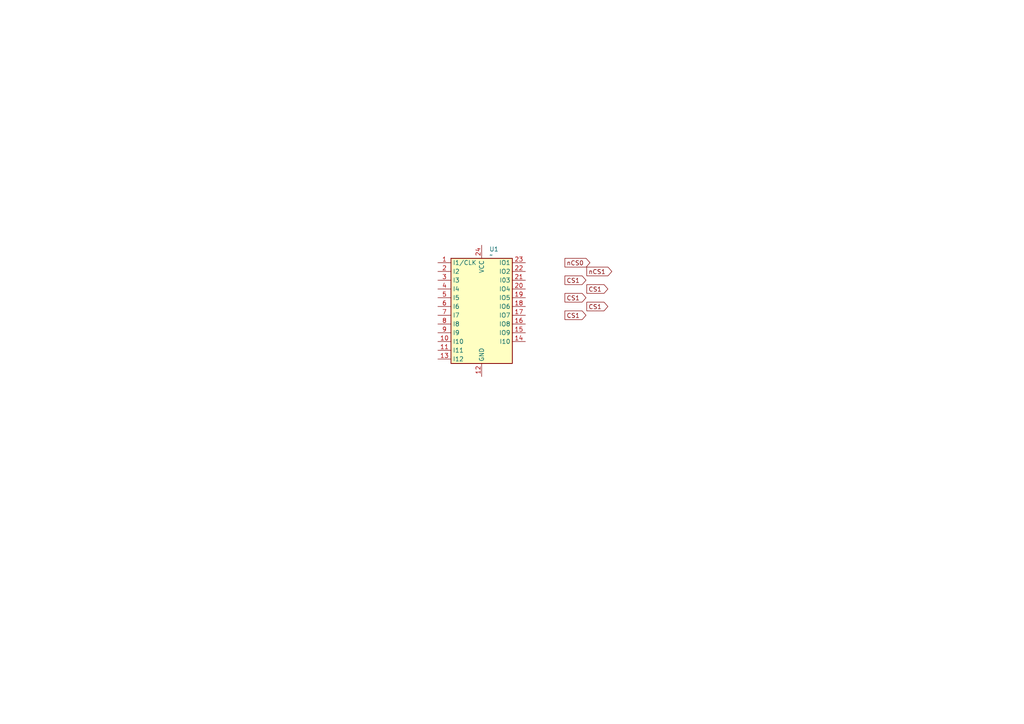
<source format=kicad_sch>
(kicad_sch (version 20250114) (generator "eeschema") (generator_version "9.0")
  (paper "A4")
  (lib_symbols
    (symbol "motherboard:GAL22V10"
      (property "Reference" "U" (at 0 -2.794 0))
      (symbol "GAL22V10_0_1"
        (rectangle (start -1.27 29.21) (end 16.51 -1.27) (stroke (width 0.254)) (fill (type background)))
      )
      (symbol "GAL22V10_1_0"
        (pin power_in line (at 7.62 33.02 270) (length 3.81) (name "VCC") (number "24"))
        (pin power_in line (at 7.62 -5.08 90) (length 3.81) (name "GND") (number "12"))
      )
      (symbol "GAL22V10_1_1"
        (pin input line (at -5.08 27.94 0) (length 3.81) (name "I1/CLK") (number "1"))
        (pin input line (at -5.08 25.4 0) (length 3.81) (name "I2") (number "2"))
        (pin input line (at -5.08 22.86 0) (length 3.81) (name "I3") (number "3"))
        (pin input line (at -5.08 20.32 0) (length 3.81) (name "I4") (number "4"))
        (pin input line (at -5.08 17.78 0) (length 3.81) (name "I5") (number "5"))
        (pin input line (at -5.08 15.24 0) (length 3.81) (name "I6") (number "6"))
        (pin input line (at -5.08 12.7 0) (length 3.81) (name "I7") (number "7"))
        (pin input line (at -5.08 10.16 0) (length 3.81) (name "I8") (number "8"))
        (pin input line (at -5.08 7.62 0) (length 3.81) (name "I9") (number "9"))
        (pin input line (at -5.08 5.08 0) (length 3.81) (name "I10") (number "10"))
        (pin input line (at -5.08 2.54 0) (length 3.81) (name "I11") (number "11"))
        (pin input line (at -5.08 0 0) (length 3.81) (name "I12") (number "13"))
        (pin tri_state line (at 20.32 27.94 180) (length 3.81) (name "IO1") (number "23"))
        (pin tri_state line (at 20.32 25.4 180) (length 3.81) (name "IO2") (number "22"))
        (pin tri_state line (at 20.32 22.86 180) (length 3.81) (name "I03") (number "21"))
        (pin tri_state line (at 20.32 20.32 180) (length 3.81) (name "IO4") (number "20"))
        (pin tri_state line (at 20.32 17.78 180) (length 3.81) (name "IO5") (number "19"))
        (pin tri_state line (at 20.32 15.24 180) (length 3.81) (name "IO6") (number "18"))
        (pin tri_state line (at 20.32 12.7 180) (length 3.81) (name "IO7") (number "17"))
        (pin tri_state line (at 20.32 10.16 180) (length 3.81) (name "IO8") (number "16"))
        (pin tri_state line (at 20.32 7.62 180) (length 3.81) (name "IO9") (number "15"))
        (pin tri_state line (at 20.32 5.08 180) (length 3.81) (name "I10") (number "14"))
      )
    )
  )
  (global_label "CS1" (shape output) (at 170.18 88.9 0) (property "Intersheetrefs" "${INTERSHEET_REFS}" (effects (hide yes))))
  (global_label "CS1" (shape output) (at 163.83 81.28 0) (property "Intersheetrefs" "${INTERSHEET_REFS}" (effects (hide yes))))
  (global_label "CS1" (shape output) (at 170.18 83.82 0) (property "Intersheetrefs" "${INTERSHEET_REFS}" (effects (hide yes))))
  (global_label "CS1" (shape output) (at 163.83 86.36 0) (property "Intersheetrefs" "${INTERSHEET_REFS}" (effects (hide yes))))
  (global_label "CS1" (shape output) (at 163.83 91.44 0) (property "Intersheetrefs" "${INTERSHEET_REFS}" (effects (hide yes))))
  (global_label "nCS1" (shape output) (at 170.18 78.74 0) (property "Intersheetrefs" "${INTERSHEET_REFS}" (effects (hide yes))))
  (global_label "nCS0" (shape output) (at 163.83 76.2 0) (property "Intersheetrefs" "${INTERSHEET_REFS}" (effects (hide yes))))
  (symbol (lib_id "motherboard:GAL22V10") (at 132.08 104.14 0) (unit 1)
    (property "Reference" "U1" (at 141.8941 72.2715 0) (effects (justify left)))
    (property "Value" "~" (at 141.8941 73.9529 0) (effects (justify left)))
    (property "Footprint" "Package_DIP:DIP-24_W7.62mm" (effects (hide yes)))
  )
)
</source>
